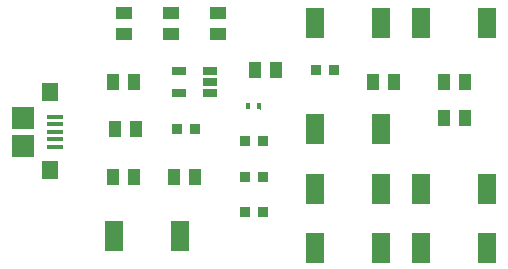
<source format=gbr>
G04 #@! TF.GenerationSoftware,KiCad,Pcbnew,5.1.4+dfsg1-1*
G04 #@! TF.CreationDate,2020-01-04T00:08:43+00:00*
G04 #@! TF.ProjectId,LithiumBatteryEmulator,4c697468-6975-46d4-9261-747465727945,rev?*
G04 #@! TF.SameCoordinates,Original*
G04 #@! TF.FileFunction,Paste,Top*
G04 #@! TF.FilePolarity,Positive*
%FSLAX46Y46*%
G04 Gerber Fmt 4.6, Leading zero omitted, Abs format (unit mm)*
G04 Created by KiCad (PCBNEW 5.1.4+dfsg1-1) date 2020-01-04 00:08:43*
%MOMM*%
%LPD*%
G04 APERTURE LIST*
%ADD10C,0.050000*%
%ADD11R,1.524000X2.540000*%
%ADD12R,1.016000X1.400000*%
%ADD13R,1.400000X1.016000*%
%ADD14R,0.900000X0.900000*%
%ADD15R,0.400000X0.600000*%
%ADD16R,1.016000X1.397000*%
%ADD17R,0.889000X0.889000*%
%ADD18R,1.198880X0.688340*%
%ADD19R,1.350000X0.400000*%
%ADD20R,1.400000X1.600000*%
%ADD21R,1.900000X1.900000*%
G04 APERTURE END LIST*
D10*
X101510000Y-79750000D02*
X101520000Y-80260000D01*
D11*
X115206000Y-92000000D03*
X120794000Y-92000000D03*
D12*
X96001000Y-86000000D03*
X94222000Y-86000000D03*
D13*
X90000000Y-73889000D03*
X90000000Y-72110000D03*
X94000000Y-73889000D03*
X94000000Y-72110000D03*
X98000000Y-72110000D03*
X98000000Y-73889000D03*
D14*
X94476000Y-82000000D03*
X96000000Y-82000000D03*
D15*
X100537720Y-80000000D03*
X101462280Y-80000000D03*
D12*
X111111000Y-78000000D03*
X112890000Y-78000000D03*
D14*
X107762000Y-77000000D03*
X106238000Y-77000000D03*
D11*
X111794000Y-73000000D03*
X106206000Y-73000000D03*
X111794000Y-82000000D03*
X106206000Y-82000000D03*
X111794000Y-92000000D03*
X106206000Y-92000000D03*
X94794000Y-91000000D03*
X89206000Y-91000000D03*
X120794000Y-73000000D03*
X115206000Y-73000000D03*
X106206000Y-87000000D03*
X111794000Y-87000000D03*
X120794000Y-87000000D03*
X115206000Y-87000000D03*
D16*
X90889000Y-86000000D03*
X89111000Y-86000000D03*
X90889000Y-78000000D03*
X89111000Y-78000000D03*
X89222000Y-82000000D03*
X91000000Y-82000000D03*
X101111000Y-77000000D03*
X102889000Y-77000000D03*
X118889000Y-78000000D03*
X117111000Y-78000000D03*
X117111000Y-81000000D03*
X118889000Y-81000000D03*
D17*
X100238000Y-83000000D03*
X101762000Y-83000000D03*
D18*
X97297940Y-78949960D03*
X97297940Y-78000000D03*
X97297940Y-77050040D03*
X94702060Y-77050040D03*
X94702060Y-78949960D03*
D19*
X84175000Y-80902060D03*
X84175000Y-81552300D03*
X84175000Y-82200000D03*
X84175000Y-82847700D03*
X84175000Y-83497940D03*
D20*
X83753920Y-78800000D03*
D21*
X81500000Y-81000000D03*
X81500000Y-83400000D03*
D20*
X83753920Y-85400000D03*
D17*
X100238000Y-86000000D03*
X101762000Y-86000000D03*
X101762000Y-89000000D03*
X100238000Y-89000000D03*
M02*

</source>
